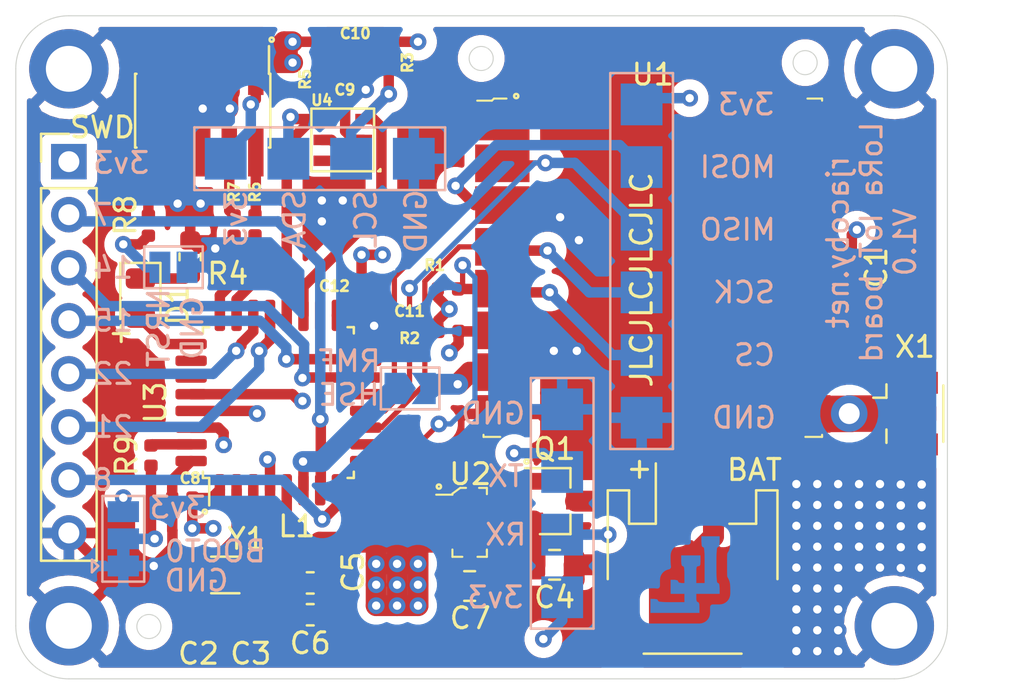
<source format=kicad_pcb>
(kicad_pcb (version 20171130) (host pcbnew 5.1.9)
  (layers (0 F.Cu signal) (1 In1.Cu power) (2 In2.Cu power) (31 B.Cu power) (34 B.Paste user) (35 F.Paste user) (36 B.SilkS user) (37 F.SilkS user) (38 B.Mask user) (39 F.Mask user) (44 Edge.Cuts user))
  (net 0 "")
  (net 1 +3V3)
  (net 2 GND)
  (net 3 OSC_IN)
  (net 4 OSC_OUT)
  (net 5 "Net-(C4-Pad1)")
  (net 6 +3.3VA)
  (net 7 HSE_IN)
  (net 8 "Net-(CFG1-Pad2)")
  (net 9 "Net-(D1-Pad1)")
  (net 10 "Net-(D1-Pad2)")
  (net 11 "Net-(J1-Pad1)")
  (net 12 VIN)
  (net 13 USART2_TX)
  (net 14 USART2_RX)
  (net 15 "Net-(J4-Pad2)")
  (net 16 "Net-(J4-Pad4)")
  (net 17 "Net-(J4-Pad6)")
  (net 18 "Net-(J4-Pad7)")
  (net 19 "Net-(J4-Pad8)")
  (net 20 "Net-(J4-Pad10)")
  (net 21 I2C_SDA)
  (net 22 I2C_SCL)
  (net 23 MOSI)
  (net 24 MISO)
  (net 25 SCK)
  (net 26 CS)
  (net 27 ADC_1)
  (net 28 ADC_8)
  (net 29 ADC_9)
  (net 30 USART2_RTS)
  (net 31 USART2_CTS)
  (net 32 SYS_WAKEUP)
  (net 33 RST)
  (net 34 SWDIO)
  (net 35 SWCLK)
  (net 36 NRST)
  (net 37 BOOT0)
  (net 38 "Net-(R9-Pad1)")
  (net 39 "Net-(U1-Pad11)")
  (net 40 "Net-(U1-Pad12)")
  (net 41 "Net-(U1-Pad14)")
  (net 42 "Net-(U1-Pad15)")
  (net 43 "Net-(U1-Pad16)")
  (net 44 "Net-(U3-Pad9)")
  (net 45 "Net-(U3-Pad18)")
  (net 46 "Net-(U3-Pad26)")
  (net 47 "Net-(U3-Pad27)")
  (net 48 "Net-(U4-Pad1)")
  (net 49 "Net-(U4-Pad6)")
  (module Project:laslomas (layer B.Cu) (at 103.8 98.5 180)
    (fp_text reference G*** hide)
    (fp_text value LOGO hide)
    (fp_poly (pts (xy -0.7652 1.5604) (xy -0.773358 1.400669) (xy -0.801601 1.322654) (xy -0.8414 1.3064) (xy -0.869636 1.293258) (xy -0.890086 1.244927) (xy -0.90393 1.148058) (xy -0.912344 0.989298) (xy -0.916508 0.755296) (xy -0.9176 0.4428) (xy -0.9176 -0.4208) (xy -0.5112 -0.4208) (xy -0.5112 -0.0144) (xy -0.513322 0.188086) (xy -0.523091 0.309441) (xy -0.545619 0.370102) (xy -0.586013 0.390505) (xy -0.6128 0.392) (xy -0.673741 0.405373) (xy -0.704134 0.462135) (xy -0.713966 0.587251) (xy -0.7144 0.646) (xy -0.7144 0.9) (xy 0.2 0.9) (xy 0.2 0.646) (xy 0.191842 0.486269) (xy 0.163599 0.408254) (xy 0.1238 0.392) (xy 0.084702 0.372859) (xy 0.061238 0.303407) (xy 0.050025 0.165605) (xy 0.0476 -0.0144) (xy 0.0476 -0.4208) (xy 0.2 -0.4208) (xy 0.320991 -0.398081) (xy 0.3524 -0.3446) (xy 0.390955 -0.288241) (xy 0.514006 -0.268537) (xy 0.5302 -0.2684) (xy 0.708 -0.2684) (xy 0.708 -0.9288) (xy 0.0476 -0.9288) (xy 0.0476 -1.3352) (xy 0.6826 -1.3352) (xy 0.95159 -1.333401) (xy 1.134305 -1.326782) (xy 1.246024 -1.313511) (xy 1.302028 -1.291752) (xy 1.317596 -1.259672) (xy 1.3176 -1.259) (xy 1.356155 -1.202641) (xy 1.479206 -1.182937) (xy 1.4954 -1.1828) (xy 1.6732 -1.1828) (xy 1.6732 -1.8432) (xy -0.6636 -1.8432) (xy -0.6636 -1.5892) (xy -0.655443 -1.429468) (xy -0.6272 -1.351453) (xy -0.5874 -1.3352) (xy -0.534416 -1.301646) (xy -0.512583 -1.190418) (xy -0.5112 -1.132) (xy -0.5112 -0.9288) (xy -1.6288 -0.9288) (xy -1.6288 -0.6748) (xy -1.620643 -0.515068) (xy -1.5924 -0.437053) (xy -1.5526 -0.4208) (xy -1.524365 -0.407657) (xy -1.503915 -0.359326) (xy -1.490071 -0.262457) (xy -1.481657 -0.103697) (xy -1.477493 0.130305) (xy -1.4764 0.4428) (xy -1.47756 0.762801) (xy -1.481825 0.994572) (xy -1.490372 1.151465) (xy -1.50438 1.246831) (xy -1.525027 1.294023) (xy -1.5526 1.3064) (xy -1.60052 1.333592) (xy -1.623924 1.427737) (xy -1.6288 1.5604) (xy -1.6288 1.8144) (xy -0.7652 1.8144) (xy -0.7652 1.5604)) (layer B.Cu) (width 0.01))
  )
  (module Jumper:SolderJumper-2_P1.3mm_Open_TrianglePad1.0x1.5mm (layer B.Cu) (at 90.625 89.6)
    (fp_text reference CFG1)
    (fp_text value 0)
    (pad 1 smd custom (at -0.725 0) (size 0.3 0.3) (layers B.Cu B.Mask) (net 7 HSE_IN) (options (clearance outline) (anchor rect)) (primitives (gr_poly (pts (xy -0.5 0.75) (xy 0.5 0.75) (xy 1 0) (xy 0.5 -0.75) (xy -0.5 -0.75)) (width 0))))
    (pad 2 smd custom (at 0.725 0) (size 0.3 0.3) (layers B.Cu B.Mask) (net 8 "Net-(CFG1-Pad2)") (options (clearance outline) (anchor rect)) (primitives (gr_poly (pts (xy -0.65 0.75) (xy 0.5 0.75) (xy 0.5 -0.75) (xy -0.65 -0.75) (xy -0.15 0)) (width 0))))
  )
  (module RF_Antenna:Wire_Antena (layer F.Cu) (at 111.633 90.805)
    (fp_text reference J1)
    (fp_text value Conn_01x01_Male)
    (pad 1 thru_hole circle (at 0 0) (size 1.75 1.75) (drill 1) (layers *.Cu *.Mask) (net 11 "Net-(J1-Pad1)"))
  )
  (module Capacitor_SMD:C_0402_1005Metric (layer F.Cu) (at 111.76 83.82 270)
    (fp_text reference C1 (at 0 -1.17 90) (layer F.SilkS))
    (fp_text value 10u)
    (pad 2 smd roundrect (at 0.485 0 270) (size 0.59 0.64) (layers F.Cu F.Paste F.Mask) (net 2 GND))
    (pad 1 smd roundrect (at -0.485 0 270) (size 0.59 0.64) (layers F.Cu F.Paste F.Mask) (net 1 +3V3))
  )
  (module Capacitor_SMD:C_0402_1005Metric (layer F.Cu) (at 80.5 100.7 270)
    (fp_text reference C2 (at 1.6 0 180) (layer F.SilkS))
    (fp_text value 12p)
    (pad 2 smd roundrect (at 0.485 0 270) (size 0.59 0.64) (layers F.Cu F.Paste F.Mask) (net 2 GND))
    (pad 1 smd roundrect (at -0.485 0 270) (size 0.59 0.64) (layers F.Cu F.Paste F.Mask) (net 3 OSC_IN))
  )
  (module Capacitor_SMD:C_0402_1005Metric (layer F.Cu) (at 83.05 100.7 270)
    (fp_text reference C3 (at 1.6 0.05 180) (layer F.SilkS))
    (fp_text value 12p)
    (pad 2 smd roundrect (at 0.485 0 270) (size 0.59 0.64) (layers F.Cu F.Paste F.Mask) (net 2 GND))
    (pad 1 smd roundrect (at -0.485 0 270) (size 0.59 0.64) (layers F.Cu F.Paste F.Mask) (net 4 OSC_OUT))
  )
  (module Capacitor_SMD:C_0805_2012Metric (layer F.Cu) (at 97.536 98.044)
    (fp_text reference C4 (at 0 1.556) (layer F.SilkS))
    (fp_text value 1u)
    (pad 2 smd roundrect (at 0.9375 0) (size 0.975 1.4) (layers F.Cu F.Paste F.Mask) (net 2 GND))
    (pad 1 smd roundrect (at -0.9375 0) (size 0.975 1.4) (layers F.Cu F.Paste F.Mask) (net 5 "Net-(C4-Pad1)"))
  )
  (module Capacitor_SMD:C_0603_1608Metric (layer F.Cu) (at 85.844 98.912)
    (fp_text reference C5 (at 2.056 -0.512 90) (layer F.SilkS))
    (fp_text value 1u)
    (pad 2 smd roundrect (at 0.7875 0) (size 0.875 0.95) (layers F.Cu F.Paste F.Mask) (net 2 GND))
    (pad 1 smd roundrect (at -0.7875 0) (size 0.875 0.95) (layers F.Cu F.Paste F.Mask) (net 6 +3.3VA))
  )
  (module Capacitor_SMD:C_0603_1608Metric (layer F.Cu) (at 85.844 100.436)
    (fp_text reference C6 (at 0 1.364) (layer F.SilkS))
    (fp_text value 10n)
    (pad 2 smd roundrect (at 0.7875 0) (size 0.875 0.95) (layers F.Cu F.Paste F.Mask) (net 2 GND))
    (pad 1 smd roundrect (at -0.7875 0) (size 0.875 0.95) (layers F.Cu F.Paste F.Mask) (net 6 +3.3VA))
  )
  (module Capacitor_SMD:C_0805_2012Metric (layer F.Cu) (at 93.472 99.06)
    (fp_text reference C7 (at 0.028 1.54) (layer F.SilkS))
    (fp_text value 1u)
    (pad 2 smd roundrect (at 0.9375 0) (size 0.975 1.4) (layers F.Cu F.Paste F.Mask) (net 2 GND))
    (pad 1 smd roundrect (at -0.9375 0) (size 0.975 1.4) (layers F.Cu F.Paste F.Mask) (net 1 +3V3))
  )
  (module Capacitor_SMD:C_0402_1005Metric (layer F.Cu) (at 79.725 94.848 180)
    (fp_text reference C8 (at -0.375 0.948) (layer F.SilkS) (effects (font (size 0.5 0.5) (thickness 0.125))))
    (fp_text value 100n)
    (pad 2 smd roundrect (at 0.485 0 180) (size 0.59 0.64) (layers F.Cu F.Paste F.Mask) (net 2 GND))
    (pad 1 smd roundrect (at -0.485 0 180) (size 0.59 0.64) (layers F.Cu F.Paste F.Mask) (net 1 +3V3))
  )
  (module Capacitor_SMD:C_0402_1005Metric (layer F.Cu) (at 88 74.5)
    (fp_text reference C9 (at -0.5 0.8 180) (layer F.SilkS) (effects (font (size 0.5 0.5) (thickness 0.125))))
    (fp_text value 100n)
    (pad 2 smd roundrect (at 0.485 0) (size 0.59 0.64) (layers F.Cu F.Paste F.Mask) (net 2 GND))
    (pad 1 smd roundrect (at -0.485 0) (size 0.59 0.64) (layers F.Cu F.Paste F.Mask) (net 1 +3V3))
  )
  (module Capacitor_SMD:C_0402_1005Metric (layer F.Cu) (at 88 73.4)
    (fp_text reference C10 (at 0 -0.8) (layer F.SilkS) (effects (font (size 0.5 0.5) (thickness 0.125))))
    (fp_text value 10u)
    (pad 2 smd roundrect (at 0.485 0) (size 0.59 0.64) (layers F.Cu F.Paste F.Mask) (net 2 GND))
    (pad 1 smd roundrect (at -0.485 0) (size 0.59 0.64) (layers F.Cu F.Paste F.Mask) (net 1 +3V3))
  )
  (module Capacitor_SMD:C_0402_1005Metric (layer F.Cu) (at 88.765 85.831)
    (fp_text reference C11 (at 1.835 0.069) (layer F.SilkS) (effects (font (size 0.5 0.5) (thickness 0.125))))
    (fp_text value 100n)
    (pad 2 smd roundrect (at 0.485 0) (size 0.59 0.64) (layers F.Cu F.Paste F.Mask) (net 2 GND))
    (pad 1 smd roundrect (at -0.485 0) (size 0.59 0.64) (layers F.Cu F.Paste F.Mask) (net 1 +3V3))
  )
  (module Capacitor_SMD:C_0402_1005Metric (layer F.Cu) (at 88.765 84.688)
    (fp_text reference C12 (at -1.765 0.012) (layer F.SilkS) (effects (font (size 0.5 0.5) (thickness 0.125))))
    (fp_text value 10u)
    (pad 2 smd roundrect (at 0.485 0) (size 0.59 0.64) (layers F.Cu F.Paste F.Mask) (net 2 GND))
    (pad 1 smd roundrect (at -0.485 0) (size 0.59 0.64) (layers F.Cu F.Paste F.Mask) (net 1 +3V3))
  )
  (module LED_SMD:LED_0805_2012Metric (layer F.Cu) (at 77.716 85.2745 270)
    (fp_text reference D1 (at 0.3255 -1.784 90) (layer F.SilkS))
    (fp_text value Blue)
    (pad 2 smd roundrect (at 0.9375 0 270) (size 0.975 1.4) (layers F.Cu F.Paste F.Mask) (net 10 "Net-(D1-Pad2)"))
    (pad 1 smd roundrect (at -0.9375 0 270) (size 0.975 1.4) (layers F.Cu F.Paste F.Mask) (net 9 "Net-(D1-Pad1)"))
  )
  (module MountingHole:MountingHole_2.2mm_M2_DIN965_Pad (layer F.Cu) (at 74.295 74.295)
    (fp_text reference H1)
    (fp_text value MountingHole_Pad)
    (pad 1 thru_hole circle (at 0 0) (size 3.8 3.8) (drill 2.2) (layers *.Cu *.Mask) (net 2 GND))
  )
  (module MountingHole:MountingHole_2.2mm_M2_DIN965_Pad (layer F.Cu) (at 74.295 100.965)
    (fp_text reference H2)
    (fp_text value MountingHole_Pad)
    (pad 1 thru_hole circle (at 0 0) (size 3.8 3.8) (drill 2.2) (layers *.Cu *.Mask) (net 2 GND))
  )
  (module MountingHole:MountingHole_2.2mm_M2_DIN965_Pad (layer F.Cu) (at 113.792 74.295)
    (fp_text reference H3)
    (fp_text value MountingHole_Pad)
    (pad 1 thru_hole circle (at 0 0) (size 3.8 3.8) (drill 2.2) (layers *.Cu *.Mask) (net 2 GND))
  )
  (module MountingHole:MountingHole_2.2mm_M2_DIN965_Pad (layer F.Cu) (at 113.792 100.965)
    (fp_text reference H4)
    (fp_text value MountingHole_Pad)
    (pad 1 thru_hole circle (at 0 0) (size 3.8 3.8) (drill 2.2) (layers *.Cu *.Mask) (net 2 GND))
  )
  (module Connector_JST:JST_PH_S2B-PH-SM4-TB_1x02-1MP_P2.00mm_Horizontal (layer F.Cu) (at 104.14 97.79)
    (fp_text reference J2)
    (fp_text value Bat)
    (pad MP smd roundrect (at 3.35 2.9) (size 1.5 3.4) (layers F.Cu F.Paste F.Mask) (roundrect_rratio 0.1666666666666667))
    (pad MP smd roundrect (at -3.35 2.9) (size 1.5 3.4) (layers F.Cu F.Paste F.Mask) (roundrect_rratio 0.1666666666666667))
    (pad 2 smd roundrect (at 1 -2.85) (size 1 3.5) (layers F.Cu F.Paste F.Mask) (net 2 GND))
    (pad 1 smd roundrect (at -1 -2.85) (size 1 3.5) (layers F.Cu F.Paste F.Mask) (net 12 VIN))
  )
  (module TestPoint:TestPoint_SMD_4Pads_2mm (layer B.Cu) (at 96.9 100.6 90)
    (fp_text reference J3)
    (fp_text value UART)
    (pad 4 smd rect (at 10 1 90) (size 2 2) (layers B.Cu B.Mask) (net 2 GND))
    (pad 3 smd rect (at 7 1 90) (size 2 2) (layers B.Cu B.Mask) (net 13 USART2_TX))
    (pad 2 smd rect (at 4 1 90) (size 2 2) (layers B.Cu B.Mask) (net 14 USART2_RX))
    (pad 1 smd rect (at 1 1 90) (size 2 2) (layers B.Cu B.Mask) (net 1 +3V3))
  )
  (module Connector_PinHeader_1.27mm:PinHeader_2x05_P1.27mm_Vertical_SMD (layer F.Cu) (at 80.7 76.3 270)
    (fp_text reference J4)
    (fp_text value SWD)
    (pad 10 smd rect (at 1.95 2.54 270) (size 2.4 0.74) (layers F.Cu F.Paste F.Mask) (net 20 "Net-(J4-Pad10)"))
    (pad 9 smd rect (at -1.95 2.54 270) (size 2.4 0.74) (layers F.Cu F.Paste F.Mask) (net 2 GND))
    (pad 8 smd rect (at 1.95 1.27 270) (size 2.4 0.74) (layers F.Cu F.Paste F.Mask) (net 19 "Net-(J4-Pad8)"))
    (pad 7 smd rect (at -1.95 1.27 270) (size 2.4 0.74) (layers F.Cu F.Paste F.Mask) (net 18 "Net-(J4-Pad7)"))
    (pad 6 smd rect (at 1.95 0 270) (size 2.4 0.74) (layers F.Cu F.Paste F.Mask) (net 17 "Net-(J4-Pad6)"))
    (pad 5 smd rect (at -1.95 0 270) (size 2.4 0.74) (layers F.Cu F.Paste F.Mask) (net 2 GND))
    (pad 4 smd rect (at 1.95 -1.27 270) (size 2.4 0.74) (layers F.Cu F.Paste F.Mask) (net 16 "Net-(J4-Pad4)"))
    (pad 3 smd rect (at -1.95 -1.27 270) (size 2.4 0.74) (layers F.Cu F.Paste F.Mask) (net 2 GND))
    (pad 2 smd rect (at 1.95 -2.54 270) (size 2.4 0.74) (layers F.Cu F.Paste F.Mask) (net 15 "Net-(J4-Pad2)"))
    (pad 1 smd rect (at -1.95 -2.54 270) (size 2.4 0.74) (layers F.Cu F.Paste F.Mask) (net 1 +3V3))
  )
  (module TestPoint:TestPoint_SMD_4Pads_2mm (layer B.Cu) (at 80.8 77.6)
    (fp_text reference J5)
    (fp_text value I2C)
    (pad 4 smd rect (at 10 1) (size 2 2) (layers B.Cu B.Mask) (net 2 GND))
    (pad 3 smd rect (at 7 1) (size 2 2) (layers B.Cu B.Mask) (net 22 I2C_SCL))
    (pad 2 smd rect (at 4 1) (size 2 2) (layers B.Cu B.Mask) (net 21 I2C_SDA))
    (pad 1 smd rect (at 1 1) (size 2 2) (layers B.Cu B.Mask) (net 1 +3V3))
  )
  (module TestPoint:TestPoint_SMD_6Pads_2mm (layer B.Cu) (at 102.7 75 270)
    (fp_text reference J6)
    (fp_text value SPI)
    (pad 6 smd rect (at 16 1 270) (size 2 2) (layers B.Cu B.Mask) (net 2 GND))
    (pad 5 smd rect (at 13 1 270) (size 2 2) (layers B.Cu B.Mask) (net 26 CS))
    (pad 4 smd rect (at 10 1 270) (size 2 2) (layers B.Cu B.Mask) (net 25 SCK))
    (pad 3 smd rect (at 7 1 270) (size 2 2) (layers B.Cu B.Mask) (net 24 MISO))
    (pad 2 smd rect (at 4 1 270) (size 2 2) (layers B.Cu B.Mask) (net 23 MOSI))
    (pad 1 smd rect (at 1 1 270) (size 2 2) (layers B.Cu B.Mask) (net 1 +3V3))
  )
  (module Connector_PinHeader_2.54mm:PinHeader_1x08_P2.54mm_Vertical (layer F.Cu) (at 74.295 78.74)
    (fp_text reference J7)
    (fp_text value GPIO)
    (pad 8 thru_hole oval (at 0 17.78) (size 1.7 1.7) (drill 1) (layers *.Cu *.Mask) (net 2 GND))
    (pad 7 thru_hole oval (at 0 15.24) (size 1.7 1.7) (drill 1) (layers *.Cu *.Mask) (net 32 SYS_WAKEUP))
    (pad 6 thru_hole oval (at 0 12.7) (size 1.7 1.7) (drill 1) (layers *.Cu *.Mask) (net 31 USART2_CTS))
    (pad 5 thru_hole oval (at 0 10.16) (size 1.7 1.7) (drill 1) (layers *.Cu *.Mask) (net 30 USART2_RTS))
    (pad 4 thru_hole oval (at 0 7.62) (size 1.7 1.7) (drill 1) (layers *.Cu *.Mask) (net 29 ADC_9))
    (pad 3 thru_hole oval (at 0 5.08) (size 1.7 1.7) (drill 1) (layers *.Cu *.Mask) (net 28 ADC_8))
    (pad 2 thru_hole oval (at 0 2.54) (size 1.7 1.7) (drill 1) (layers *.Cu *.Mask) (net 27 ADC_1))
    (pad 1 thru_hole rect (at 0 0) (size 1.7 1.7) (drill 1) (layers *.Cu *.Mask) (net 1 +3V3))
  )
  (module Inductor_SMD:L_0402_1005Metric (layer F.Cu) (at 85.359 97.388 180)
    (fp_text reference L1 (at 0.159 1.188) (layer F.SilkS))
    (fp_text value 39n)
    (pad 2 smd roundrect (at 0.485 0 180) (size 0.59 0.64) (layers F.Cu F.Paste F.Mask) (net 6 +3.3VA))
    (pad 1 smd roundrect (at -0.485 0 180) (size 0.59 0.64) (layers F.Cu F.Paste F.Mask) (net 1 +3V3))
  )
  (module Package_TO_SOT_SMD:SOT-23 (layer F.Cu) (at 97.536 94.996)
    (fp_text reference Q1 (at 0 -2.5) (layer F.SilkS))
    (fp_text value AO3401A)
    (pad 3 smd rect (at 1 0) (size 0.9 0.8) (layers F.Cu F.Paste F.Mask) (net 12 VIN))
    (pad 2 smd rect (at -1 0.95) (size 0.9 0.8) (layers F.Cu F.Paste F.Mask) (net 5 "Net-(C4-Pad1)"))
    (pad 1 smd rect (at -1 -0.95) (size 0.9 0.8) (layers F.Cu F.Paste F.Mask) (net 2 GND))
  )
  (module Resistor_SMD:R_0402_1005Metric (layer F.Cu) (at 92.433 84.836 180)
    (fp_text reference R1 (at 0.633 1.136) (layer F.SilkS) (effects (font (size 0.5 0.5) (thickness 0.125))))
    (fp_text value 100K)
    (pad 2 smd roundrect (at 0.485 0 180) (size 0.59 0.64) (layers F.Cu F.Paste F.Mask) (net 1 +3V3))
    (pad 1 smd roundrect (at -0.485 0 180) (size 0.59 0.64) (layers F.Cu F.Paste F.Mask) (net 26 CS))
  )
  (module Resistor_SMD:R_0402_1005Metric (layer F.Cu) (at 92.456 86.868 180)
    (fp_text reference R2 (at 1.856 -0.332) (layer F.SilkS) (effects (font (size 0.5 0.5) (thickness 0.125))))
    (fp_text value 100K)
    (pad 2 smd roundrect (at 0.485 0 180) (size 0.59 0.64) (layers F.Cu F.Paste F.Mask) (net 1 +3V3))
    (pad 1 smd roundrect (at -0.485 0 180) (size 0.59 0.64) (layers F.Cu F.Paste F.Mask) (net 33 RST))
  )
  (module Resistor_SMD:R_0402_1005Metric (layer F.Cu) (at 89.6 73.885 90)
    (fp_text reference R3 (at -0.115 0.9 90) (layer F.SilkS) (effects (font (size 0.5 0.5))))
    (fp_text value 10k)
    (pad 2 smd roundrect (at 0.485 0 90) (size 0.59 0.64) (layers F.Cu F.Paste F.Mask) (net 1 +3V3))
    (pad 1 smd roundrect (at -0.485 0 90) (size 0.59 0.64) (layers F.Cu F.Paste F.Mask) (net 22 I2C_SCL))
  )
  (module Resistor_SMD:R_0603_1608Metric (layer F.Cu) (at 80.1 83.3 270)
    (fp_text reference R4 (at 0.8 -1.8 180) (layer F.SilkS))
    (fp_text value 1k5)
    (pad 2 smd roundrect (at 0.7875 0 270) (size 0.875 0.95) (layers F.Cu F.Paste F.Mask) (net 9 "Net-(D1-Pad1)"))
    (pad 1 smd roundrect (at -0.7875 0 270) (size 0.875 0.95) (layers F.Cu F.Paste F.Mask) (net 2 GND))
  )
  (module Resistor_SMD:R_0402_1005Metric (layer F.Cu) (at 86.4 73.9 90)
    (fp_text reference R5 (at -0.9 -0.8 270) (layer F.SilkS) (effects (font (size 0.5 0.5) (thickness 0.125))))
    (fp_text value 10k)
    (pad 2 smd roundrect (at 0.485 0 90) (size 0.59 0.64) (layers F.Cu F.Paste F.Mask) (net 1 +3V3))
    (pad 1 smd roundrect (at -0.485 0 90) (size 0.59 0.64) (layers F.Cu F.Paste F.Mask) (net 21 I2C_SDA))
  )
  (module Resistor_SMD:R_0402_1005Metric (layer F.Cu) (at 83.2 81.785 90)
    (fp_text reference R6 (at 1.585 0 90) (layer F.SilkS) (effects (font (size 0.5 0.5) (thickness 0.125))))
    (fp_text value 22)
    (pad 2 smd roundrect (at 0.485 0 90) (size 0.59 0.64) (layers F.Cu F.Paste F.Mask) (net 15 "Net-(J4-Pad2)"))
    (pad 1 smd roundrect (at -0.485 0 90) (size 0.59 0.64) (layers F.Cu F.Paste F.Mask) (net 34 SWDIO))
  )
  (module Resistor_SMD:R_0402_1005Metric (layer F.Cu) (at 82.2 81.8 90)
    (fp_text reference R7 (at 1.6 0 270) (layer F.SilkS) (effects (font (size 0.5 0.5) (thickness 0.125))))
    (fp_text value 22)
    (pad 2 smd roundrect (at 0.485 0 90) (size 0.59 0.64) (layers F.Cu F.Paste F.Mask) (net 16 "Net-(J4-Pad4)"))
    (pad 1 smd roundrect (at -0.485 0 90) (size 0.59 0.64) (layers F.Cu F.Paste F.Mask) (net 35 SWCLK))
  )
  (module Resistor_SMD:R_0402_1005Metric (layer F.Cu) (at 78.1 81.8 90)
    (fp_text reference R8 (at 0.5 -1.1 90) (layer F.SilkS))
    (fp_text value 22)
    (pad 2 smd roundrect (at 0.485 0 90) (size 0.59 0.64) (layers F.Cu F.Paste F.Mask) (net 20 "Net-(J4-Pad10)"))
    (pad 1 smd roundrect (at -0.485 0 90) (size 0.59 0.64) (layers F.Cu F.Paste F.Mask) (net 36 NRST))
  )
  (module Resistor_SMD:R_0402_1005Metric (layer F.Cu) (at 78.224 92.816 90)
    (fp_text reference R9 (at 0 -1.17 90) (layer F.SilkS))
    (fp_text value 10k)
    (pad 2 smd roundrect (at 0.485 0 90) (size 0.59 0.64) (layers F.Cu F.Paste F.Mask) (net 37 BOOT0))
    (pad 1 smd roundrect (at -0.485 0 90) (size 0.59 0.64) (layers F.Cu F.Paste F.Mask) (net 38 "Net-(R9-Pad1)"))
  )
  (module Jumper:SolderJumper-3_P1.3mm_Bridged12_Pad1.0x1.5mm (layer B.Cu) (at 76.9 96.8 90)
    (fp_text reference S1)
    (fp_text value SW_SPDT)
    (fp_poly (pts (xy -0.9 0.3) (xy -0.4 0.3) (xy -0.4 -0.3) (xy -0.9 -0.3)) (layer B.Cu) (width 0))
    (pad 2 smd rect (at 0 0 90) (size 1 1.5) (layers B.Cu B.Mask) (net 38 "Net-(R9-Pad1)"))
    (pad 3 smd rect (at 1.3 0 90) (size 1 1.5) (layers B.Cu B.Mask) (net 1 +3V3))
    (pad 1 smd rect (at -1.3 0 90) (size 1 1.5) (layers B.Cu B.Mask) (net 2 GND))
  )
  (module Jumper:SolderJumper-2_P1.3mm_Open_Pad1.0x1.5mm (layer B.Cu) (at 79.3 83.8)
    (fp_text reference S2)
    (fp_text value GPTS203211B)
    (pad 1 smd rect (at -0.65 0) (size 1 1.5) (layers B.Cu B.Mask) (net 36 NRST))
    (pad 2 smd rect (at 0.65 0) (size 1 1.5) (layers B.Cu B.Mask) (net 2 GND))
  )
  (module "Digikey Footprints:RF_Module_COM-13909" (layer F.Cu) (at 102.235 83.82)
    (fp_text reference U1 (at 0 -9.25) (layer F.SilkS))
    (fp_text value RFM69HCW)
    (pad 16 smd rect (at 7.2 -7) (size 2.6 1.8) (layers F.Cu F.Paste F.Mask) (net 43 "Net-(U1-Pad16)"))
    (pad 15 smd rect (at 7.2 -5) (size 2.6 1.8) (layers F.Cu F.Paste F.Mask) (net 42 "Net-(U1-Pad15)"))
    (pad 14 smd rect (at 7.2 -3) (size 2.6 1.8) (layers F.Cu F.Paste F.Mask) (net 41 "Net-(U1-Pad14)"))
    (pad 13 smd rect (at 7.2 -1) (size 2.6 1.8) (layers F.Cu F.Paste F.Mask) (net 1 +3V3))
    (pad 12 smd rect (at 7.2 1) (size 2.6 1.8) (layers F.Cu F.Paste F.Mask) (net 40 "Net-(U1-Pad12)"))
    (pad 11 smd rect (at 7.2 3) (size 2.6 1.8) (layers F.Cu F.Paste F.Mask) (net 39 "Net-(U1-Pad11)"))
    (pad 10 smd rect (at 7.2 5) (size 2.6 1.8) (layers F.Cu F.Paste F.Mask) (net 2 GND))
    (pad 9 smd rect (at 7.2 7) (size 2.6 1.8) (layers F.Cu F.Paste F.Mask) (net 11 "Net-(J1-Pad1)"))
    (pad 8 smd rect (at -7.2 7) (size 2.6 1.8) (layers F.Cu F.Paste F.Mask) (net 2 GND))
    (pad 7 smd rect (at -7.2 5) (size 2.6 1.8) (layers F.Cu F.Paste F.Mask) (net 8 "Net-(CFG1-Pad2)"))
    (pad 6 smd rect (at -7.2 3) (size 2.6 1.8) (layers F.Cu F.Paste F.Mask) (net 33 RST))
    (pad 5 smd rect (at -7.2 1) (size 2.6 1.8) (layers F.Cu F.Paste F.Mask) (net 26 CS))
    (pad 4 smd rect (at -7.2 -1) (size 2.6 1.8) (layers F.Cu F.Paste F.Mask) (net 25 SCK))
    (pad 3 smd rect (at -7.2 -3) (size 2.6 1.8) (layers F.Cu F.Paste F.Mask) (net 23 MOSI))
    (pad 2 smd rect (at -7.2 -5) (size 2.6 1.8) (layers F.Cu F.Paste F.Mask) (net 24 MISO))
    (pad 1 smd rect (at -7.2 -7) (size 2.6 1.8) (layers F.Cu F.Paste F.Mask) (net 2 GND))
  )
  (module "Digikey Footprints:SOT-23-3" (layer F.Cu) (at 93.472 96.012)
    (fp_text reference U2 (at 0.028 -2.312) (layer F.SilkS))
    (fp_text value XC6206P332MR)
    (pad 1 smd rect (at -1.05 -0.95) (size 1.3 0.6) (layers F.Cu F.Paste F.Mask) (net 2 GND))
    (pad 2 smd rect (at -1.05 0.95) (size 1.3 0.6) (layers F.Cu F.Paste F.Mask) (net 1 +3V3))
    (pad 3 smd rect (at 1.05 0) (size 1.3 0.6) (layers F.Cu F.Paste F.Mask) (net 5 "Net-(C4-Pad1)"))
  )
  (module Package_QFP:LQFP-32_7x7mm_P0.8mm (layer F.Cu) (at 84.32 90.276 90)
    (fp_text reference U3 (at 0 -5.88 90) (layer F.SilkS))
    (fp_text value STM32L010K4T6)
    (pad 32 smd roundrect (at -2.8 -4.175 90) (size 0.5 1.5) (layers F.Cu F.Paste F.Mask) (net 2 GND))
    (pad 31 smd roundrect (at -2 -4.175 90) (size 0.5 1.5) (layers F.Cu F.Paste F.Mask) (net 37 BOOT0))
    (pad 30 smd roundrect (at -1.2 -4.175 90) (size 0.5 1.5) (layers F.Cu F.Paste F.Mask) (net 14 USART2_RX))
    (pad 29 smd roundrect (at -0.4 -4.175 90) (size 0.5 1.5) (layers F.Cu F.Paste F.Mask) (net 13 USART2_TX))
    (pad 28 smd roundrect (at 0.4 -4.175 90) (size 0.5 1.5) (layers F.Cu F.Paste F.Mask) (net 33 RST))
    (pad 27 smd roundrect (at 1.2 -4.175 90) (size 0.5 1.5) (layers F.Cu F.Paste F.Mask) (net 47 "Net-(U3-Pad27)"))
    (pad 26 smd roundrect (at 2 -4.175 90) (size 0.5 1.5) (layers F.Cu F.Paste F.Mask) (net 46 "Net-(U3-Pad26)"))
    (pad 25 smd roundrect (at 2.8 -4.175 90) (size 0.5 1.5) (layers F.Cu F.Paste F.Mask) (net 10 "Net-(D1-Pad2)"))
    (pad 24 smd roundrect (at 4.175 -2.8 90) (size 1.5 0.5) (layers F.Cu F.Paste F.Mask) (net 35 SWCLK))
    (pad 23 smd roundrect (at 4.175 -2 90) (size 1.5 0.5) (layers F.Cu F.Paste F.Mask) (net 34 SWDIO))
    (pad 22 smd roundrect (at 4.175 -1.2 90) (size 1.5 0.5) (layers F.Cu F.Paste F.Mask) (net 30 USART2_RTS))
    (pad 21 smd roundrect (at 4.175 -0.4 90) (size 1.5 0.5) (layers F.Cu F.Paste F.Mask) (net 31 USART2_CTS))
    (pad 20 smd roundrect (at 4.175 0.4 90) (size 1.5 0.5) (layers F.Cu F.Paste F.Mask) (net 21 I2C_SDA))
    (pad 19 smd roundrect (at 4.175 1.2 90) (size 1.5 0.5) (layers F.Cu F.Paste F.Mask) (net 22 I2C_SCL))
    (pad 18 smd roundrect (at 4.175 2 90) (size 1.5 0.5) (layers F.Cu F.Paste F.Mask) (net 45 "Net-(U3-Pad18)"))
    (pad 17 smd roundrect (at 4.175 2.8 90) (size 1.5 0.5) (layers F.Cu F.Paste F.Mask) (net 1 +3V3))
    (pad 16 smd roundrect (at 2.8 4.175 90) (size 0.5 1.5) (layers F.Cu F.Paste F.Mask) (net 2 GND))
    (pad 15 smd roundrect (at 2 4.175 90) (size 0.5 1.5) (layers F.Cu F.Paste F.Mask) (net 29 ADC_9))
    (pad 14 smd roundrect (at 1.2 4.175 90) (size 0.5 1.5) (layers F.Cu F.Paste F.Mask) (net 28 ADC_8))
    (pad 13 smd roundrect (at 0.4 4.175 90) (size 0.5 1.5) (layers F.Cu F.Paste F.Mask) (net 23 MOSI))
    (pad 12 smd roundrect (at -0.4 4.175 90) (size 0.5 1.5) (layers F.Cu F.Paste F.Mask) (net 24 MISO))
    (pad 11 smd roundrect (at -1.2 4.175 90) (size 0.5 1.5) (layers F.Cu F.Paste F.Mask) (net 25 SCK))
    (pad 10 smd roundrect (at -2 4.175 90) (size 0.5 1.5) (layers F.Cu F.Paste F.Mask) (net 26 CS))
    (pad 9 smd roundrect (at -2.8 4.175 90) (size 0.5 1.5) (layers F.Cu F.Paste F.Mask) (net 44 "Net-(U3-Pad9)"))
    (pad 8 smd roundrect (at -4.175 2.8 90) (size 1.5 0.5) (layers F.Cu F.Paste F.Mask) (net 32 SYS_WAKEUP))
    (pad 7 smd roundrect (at -4.175 2 90) (size 1.5 0.5) (layers F.Cu F.Paste F.Mask) (net 27 ADC_1))
    (pad 6 smd roundrect (at -4.175 1.2 90) (size 1.5 0.5) (layers F.Cu F.Paste F.Mask) (net 7 HSE_IN))
    (pad 5 smd roundrect (at -4.175 0.4 90) (size 1.5 0.5) (layers F.Cu F.Paste F.Mask) (net 6 +3.3VA))
    (pad 4 smd roundrect (at -4.175 -0.4 90) (size 1.5 0.5) (layers F.Cu F.Paste F.Mask) (net 36 NRST))
    (pad 3 smd roundrect (at -4.175 -1.2 90) (size 1.5 0.5) (layers F.Cu F.Paste F.Mask) (net 4 OSC_OUT))
    (pad 2 smd roundrect (at -4.175 -2 90) (size 1.5 0.5) (layers F.Cu F.Paste F.Mask) (net 3 OSC_IN))
    (pad 1 smd roundrect (at -4.175 -2.8 90) (size 1.5 0.5) (layers F.Cu F.Paste F.Mask) (net 1 +3V3))
  )
  (module Package_LGA:LGA-6_3x3mm_AHT20 (layer F.Cu) (at 88.9 76.2 180)
    (fp_text reference U4 (at 2.5 0.4) (layer F.SilkS) (effects (font (size 0.5 0.5) (thickness 0.125))))
    (fp_text value AHT20)
    (pad 2 smd rect (at 0.5 -1.5 180) (size 0.8 0.5) (layers F.Cu F.Paste F.Mask) (net 1 +3V3))
    (pad 6 smd rect (at 2.5 -2.5 180) (size 0.8 0.5) (layers F.Cu F.Paste F.Mask) (net 49 "Net-(U4-Pad6)"))
    (pad 5 smd rect (at 2.5 -1.5 180) (size 0.8 0.5) (layers F.Cu F.Paste F.Mask) (net 2 GND))
    (pad 4 smd rect (at 2.5 -0.5 180) (size 0.8 0.5) (layers F.Cu F.Paste F.Mask) (net 21 I2C_SDA))
    (pad 3 smd rect (at 0.5 -0.5 180) (size 0.8 0.5) (layers F.Cu F.Paste F.Mask) (net 22 I2C_SCL))
    (pad 1 smd rect (at 0.5 -2.5 180) (size 0.8 0.5) (layers F.Cu F.Paste F.Mask) (net 48 "Net-(U4-Pad1)"))
  )
  (module Connector_Coaxial:U.FL_Hirose_U.FL-R-SMT-1_Vertical (layer F.Cu) (at 114.3 90.805)
    (fp_text reference X1 (at 0.475 -3.2) (layer F.SilkS))
    (fp_text value UFL_SMA)
    (pad 2 smd rect (at 0.475 -1.475) (size 2.2 1.05) (layers F.Cu F.Paste F.Mask) (net 2 GND))
    (pad 1 smd rect (at -1.05 0) (size 1.05 1) (layers F.Cu F.Paste F.Mask) (net 11 "Net-(J1-Pad1)"))
    (pad 2 smd rect (at 0.475 1.475) (size 2.2 1.05) (layers F.Cu F.Paste F.Mask) (net 2 GND))
  )
  (module Crystal:Crystal_SMD_3215-2Pin_3.2x1.5mm (layer F.Cu) (at 81.78 98.531 180)
    (fp_text reference Y1 (at -1.02 1.731) (layer F.SilkS))
    (fp_text value 32.768k)
    (pad 2 smd rect (at -1.25 0 180) (size 1 1.8) (layers F.Cu F.Paste F.Mask) (net 4 OSC_OUT))
    (pad 1 smd rect (at 1.25 0 180) (size 1 1.8) (layers F.Cu F.Paste F.Mask) (net 3 OSC_IN))
  )
  (gr_circle (center 94.024 73.8) (end 94.6 73.8) (layer Edge.Cuts) (width 0.05))
  (gr_circle (center 109.524 74) (end 110.1 74) (layer Edge.Cuts) (width 0.05))
  (gr_circle (center 78.124 101) (end 78.7 101) (layer Edge.Cuts) (width 0.05))
  (gr_text JLCJLCJLCJLC (at 101.7 84.4 90) (layer F.SilkS) (effects (font (size 1 1))))
  (gr_circle (center 92 94.3) (end 92.1 94.3) (layer F.SilkS) (width 0.12))
  (gr_circle (center 96.2 93.1) (end 96.3 93.1) (layer F.SilkS) (width 0.12))
  (gr_circle (center 80.8 95.5) (end 80.8 95.4) (layer F.SilkS) (width 0.12))
  (gr_circle (center 95.7 75.6) (end 95.7 75.5) (layer F.SilkS) (width 0.12))
  (gr_text + (at 76.8 86.9) (layer F.SilkS) (effects (font (size 1 1))))
  (gr_text + (at 101.6 93.4) (layer F.SilkS) (effects (font (size 1 1))))
  (gr_text BAT (at 107.1 93.5) (layer F.SilkS) (effects (font (size 1 1))))
  (gr_circle (center 84 72.9) (end 84.1 72.9) (layer F.SilkS) (width 0.12))
  (gr_text "rjacoby.net\nLoRa IoT board\nV1.0" (at 112.7 82.6 90) (layer B.SilkS) (effects (font (size 1 1)) (justify mirror)))
  (gr_line (start 116.332 100.965) (end 116.332 74.295) (layer Edge.Cuts) (width 0.05))
  (gr_arc (start 113.792 74.295) (end 116.332 74.295) (angle -90) (layer Edge.Cuts) (width 0.05))
  (gr_text SWD (at 75.9 77.1) (layer F.SilkS) (effects (font (size 1 1))))
  (gr_text 3v3 (at 82.3 81.5 90) (layer B.SilkS) (effects (font (size 1 1)) (justify mirror)))
  (gr_text SDA (at 85.1 81.5 90) (layer B.SilkS) (effects (font (size 1 1)) (justify mirror)))
  (gr_text SCL (at 88.5 81.5 90) (layer B.SilkS) (effects (font (size 1 1)) (justify mirror)))
  (gr_text GND (at 90.9 81.6 90) (layer B.SilkS) (effects (font (size 1 1)) (justify mirror)))
  (gr_text 8 (at 75.9 93.98) (layer B.SilkS) (effects (font (size 1 1)) (justify mirror)))
  (gr_text 22 (at 76.408 88.9) (layer B.SilkS) (effects (font (size 1 1)) (justify mirror)))
  (gr_text 21 (at 76.408 91.44) (layer B.SilkS) (effects (font (size 1 1)) (justify mirror)))
  (gr_text 15 (at 76.408 86.36) (layer B.SilkS) (effects (font (size 1 1)) (justify mirror)))
  (gr_text 14 (at 76.408 83.82) (layer B.SilkS) (effects (font (size 1 1)) (justify mirror)))
  (gr_text 7 (at 75.9 81.28) (layer B.SilkS) (effects (font (size 1 1)) (justify mirror)))
  (gr_text 3v3 (at 76.8 78.8) (layer B.SilkS) (effects (font (size 1 1)) (justify mirror)))
  (gr_text GND (at 80.4 98.8) (layer B.SilkS) (effects (font (size 1 1)) (justify mirror)))
  (gr_text BOOT0 (at 81.3 97.4) (layer B.SilkS) (effects (font (size 1 1)) (justify mirror)))
  (gr_text "3v3\n" (at 79.5 95.3) (layer B.SilkS) (effects (font (size 1 1)) (justify mirror)))
  (gr_text "NRST\nGND\n" (at 79.4 86.7 90) (layer B.SilkS) (effects (font (size 1 1)) (justify mirror)))
  (gr_text "RMF\nHSE" (at 87.7 89.1) (layer B.SilkS) (effects (font (size 1 1)) (justify mirror)))
  (gr_text 3v3 (at 94.7 99.6) (layer B.SilkS) (effects (font (size 1 1)) (justify mirror)))
  (gr_text RX (at 95.2 96.6) (layer B.SilkS) (effects (font (size 1 1)) (justify mirror)))
  (gr_text TX (at 95.2 93.8) (layer B.SilkS) (effects (font (size 1 1)) (justify mirror)))
  (gr_text GND (at 94.6 90.8) (layer B.SilkS) (effects (font (size 1 1)) (justify mirror)))
  (gr_text GND (at 106.6 91) (layer B.SilkS) (effects (font (size 1 1)) (justify mirror)))
  (gr_text CS (at 107.1 88) (layer B.SilkS) (effects (font (size 1 1)) (justify mirror)))
  (gr_text SCK (at 106.6 85) (layer B.SilkS) (effects (font (size 1 1)) (justify mirror)))
  (gr_text MISO (at 106.3 82) (layer B.SilkS) (effects (font (size 1 1)) (justify mirror)))
  (gr_text MOSI (at 106.3 79) (layer B.SilkS) (effects (font (size 1 1)) (justify mirror)))
  (gr_text 3v3 (at 106.7 76) (layer B.SilkS) (effects (font (size 1 1)) (justify mirror)))
  (gr_arc (start 113.792 100.965) (end 113.792 103.505) (angle -90) (layer Edge.Cuts) (width 0.05))
  (gr_line (start 74.295 103.505) (end 113.792 103.505) (layer Edge.Cuts) (width 0.05))
  (gr_line (start 113.792 71.755) (end 74.295 71.755) (layer Edge.Cuts) (width 0.05))
  (gr_line (start 71.755 100.965) (end 71.755 74.295) (layer Edge.Cuts) (width 0.05))
  (gr_arc (start 74.295 100.965) (end 71.755 100.965) (angle -90) (layer Edge.Cuts) (width 0.05))
  (gr_arc (start 74.295 74.295) (end 74.295 71.755) (angle -90) (layer Edge.Cuts) (width 0.05))
  (segment (start 92.5345 97.0745) (end 92.422 96.962) (width 1) (layer F.Cu) (net 1))
  (segment (start 92.5345 99.06) (end 92.5345 97.0745) (width 1) (layer F.Cu) (net 1))
  (via (at 91 98) (size 0.8) (drill 0.4) (layers F.Cu B.Cu) (net 1))
  (via (at 91 99) (size 0.8) (drill 0.4) (layers F.Cu B.Cu) (net 1))
  (via (at 91 100) (size 0.8) (drill 0.4) (layers F.Cu B.Cu) (net 1))
  (via (at 90 100) (size 0.8) (drill 0.4) (layers F.Cu B.Cu) (net 1))
  (via (at 90 99) (size 0.8) (drill 0.4) (layers F.Cu B.Cu) (net 1))
  (via (at 90 98) (size 0.8) (drill 0.4) (layers F.Cu B.Cu) (net 1))
  (via (at 89 98) (size 0.8) (drill 0.4) (layers F.Cu B.Cu) (net 1))
  (via (at 89 99) (size 0.8) (drill 0.4) (layers F.Cu B.Cu) (net 1))
  (via (at 89 100) (size 0.8) (drill 0.4) (layers F.Cu B.Cu) (net 1))
  (segment (start 86.29501 96.962) (end 85.86901 97.388) (width 1) (layer F.Cu) (net 1))
  (segment (start 89 98) (end 89 99) (width 1) (layer F.Cu) (net 1))
  (segment (start 89 99) (end 89 100) (width 1) (layer F.Cu) (net 1))
  (segment (start 89 98) (end 90 98) (width 1) (layer F.Cu) (net 1))
  (segment (start 90 98) (end 90 99) (width 1) (layer F.Cu) (net 1))
  (segment (start 90 99) (end 90 100) (width 1) (layer F.Cu) (net 1))
  (segment (start 90 100) (end 91 100) (width 1) (layer F.Cu) (net 1))
  (segment (start 91 99) (end 91 98) (width 1) (layer F.Cu) (net 1))
  (segment (start 91 100) (end 91 99) (width 1) (layer F.Cu) (net 1))
  (segment (start 90 100) (end 89 100) (width 1) (layer F.Cu) (net 1))
  (segment (start 91 98) (end 90 98) (width 1) (layer F.Cu) (net 1))
  (segment (start 89 97) (end 89.038 96.962) (width 1) (layer F.Cu) (net 1))
  (segment (start 89 98) (end 89 97) (width 1) (layer F.Cu) (net 1))
  (segment (start 89.038 96.962) (end 86.29501 96.962) (width 1) (layer F.Cu) (net 1))
  (segment (start 90 97) (end 90.038 96.962) (width 1) (layer F.Cu) (net 1))
  (segment (start 90 98) (end 90 97) (width 1) (layer F.Cu) (net 1))
  (segment (start 90.038 96.962) (end 89.038 96.962) (width 1) (layer F.Cu) (net 1))
  (segment (start 91 98) (end 91 97) (width 1) (layer F.Cu) (net 1))
  (segment (start 91 97) (end 90.962 96.962) (width 1) (layer F.Cu) (net 1))
  (segment (start 90.962 96.962) (end 90.038 96.962) (width 1) (layer F.Cu) (net 1))
  (segment (start 92.422 96.962) (end 90.962 96.962) (width 1) (layer F.Cu) (net 1))
  (via (at 112 82) (size 0.8) (drill 0.4) (layers F.Cu B.Cu) (net 1))
  (via (at 83 76) (size 0.8) (drill 0.4) (layers F.Cu B.Cu) (net 1))
  (via (at 85 74) (size 0.8) (drill 0.4) (layers F.Cu B.Cu) (net 1))
  (via (at 85 73) (size 0.8) (drill 0.4) (layers F.Cu B.Cu) (net 1))
  (segment (start 83.24 75.76) (end 83 76) (width 0.5) (layer F.Cu) (net 1))
  (segment (start 83.24 74.35) (end 83.24 75.76) (width 0.5) (layer F.Cu) (net 1))
  (segment (start 85 74) (end 85 73) (width 0.5) (layer F.Cu) (net 1))
  (segment (start 85.985 73) (end 86.4 73.415) (width 0.5) (layer F.Cu) (net 1))
  (segment (start 85 73) (end 85.985 73) (width 0.5) (layer F.Cu) (net 1))
  (segment (start 87.5 73.415) (end 87.515 73.4) (width 0.5) (layer F.Cu) (net 1))
  (segment (start 86.4 73.415) (end 87.5 73.415) (width 0.5) (layer F.Cu) (net 1))
  (segment (start 87.515 73.4) (end 87.515 74.5) (width 0.5) (layer F.Cu) (net 1))
  (via (at 91 73) (size 0.8) (drill 0.4) (layers F.Cu B.Cu) (net 1))
  (segment (start 90.015 73) (end 89.6 73.415) (width 0.5) (layer F.Cu) (net 1))
  (segment (start 91 73) (end 90.015 73) (width 0.5) (layer F.Cu) (net 1))
  (segment (start 111.245 82.82) (end 111.76 83.335) (width 0.5) (layer F.Cu) (net 1))
  (segment (start 109.435 82.82) (end 111.245 82.82) (width 0.5) (layer F.Cu) (net 1))
  (segment (start 111.76 82.24) (end 112 82) (width 0.5) (layer F.Cu) (net 1))
  (segment (start 111.76 83.335) (end 111.76 82.24) (width 0.5) (layer F.Cu) (net 1))
  (via (at 88.3 83.2) (size 0.8) (drill 0.4) (layers F.Cu B.Cu) (net 1))
  (via (at 89.3 83.2) (size 0.8) (drill 0.4) (layers F.Cu B.Cu) (net 1))
  (segment (start 89.3 83.2) (end 88.3 83.2) (width 0.5) (layer F.Cu) (net 1))
  (segment (start 88.3 84.668) (end 88.28 84.688) (width 0.5) (layer F.Cu) (net 1))
  (segment (start 88.3 83.2) (end 88.3 84.668) (width 0.5) (layer F.Cu) (net 1))
  (segment (start 88.28 84.688) (end 88.28 85.831) (width 0.5) (layer F.Cu) (net 1))
  (segment (start 87.39 85.831) (end 87.12 86.101) (width 0.5) (layer F.Cu) (net 1))
  (segment (start 88.28 85.831) (end 87.39 85.831) (width 0.5) (layer F.Cu) (net 1))
  (segment (start 81.123 94.848) (end 81.52 94.451) (width 0.5) (layer F.Cu) (net 1))
  (segment (start 80.21 94.848) (end 81.123 94.848) (width 0.5) (layer F.Cu) (net 1))
  (via (at 80.2 96.3) (size 0.8) (drill 0.4) (layers F.Cu B.Cu) (net 1))
  (via (at 81.2 96.3) (size 0.8) (drill 0.4) (layers F.Cu B.Cu) (net 1))
  (segment (start 81.2 96.3) (end 80.2 96.3) (width 0.5) (layer F.Cu) (net 1))
  (segment (start 80.2 94.858) (end 80.21 94.848) (width 0.5) (layer F.Cu) (net 1))
  (segment (start 80.2 96.3) (end 80.2 94.858) (width 0.5) (layer F.Cu) (net 1))
  (segment (start 83.59 74) (end 83.24 74.35) (width 1) (layer F.Cu) (net 1))
  (segment (start 85 74) (end 83.59 74) (width 1) (layer F.Cu) (net 1))
  (segment (start 84.59 73) (end 83.24 74.35) (width 1) (layer F.Cu) (net 1))
  (segment (start 85 73) (end 84.59 73) (width 1) (layer F.Cu) (net 1))
  (segment (start 87.515 77.275002) (end 87.515 74.5) (width 0.5) (layer F.Cu) (net 1))
  (segment (start 87.939998 77.7) (end 87.515 77.275002) (width 0.5) (layer F.Cu) (net 1))
  (segment (start 88.4 77.7) (end 87.939998 77.7) (width 0.5) (layer F.Cu) (net 1))
  (via (at 92.5 85.8) (size 0.8) (drill 0.4) (layers F.Cu B.Cu) (net 1))
  (via (at 76.9 94.83) (size 0.8) (drill 0.4) (layers F.Cu B.Cu) (net 1))
  (segment (start 76.9 95.5) (end 76.9 94.83) (width 0.5) (layer B.Cu) (net 1))
  (via (at 104 75.7) (size 0.8) (drill 0.4) (layers F.Cu B.Cu) (net 1))
  (segment (start 102 75.7) (end 101.7 76) (width 0.5) (layer B.Cu) (net 1))
  (segment (start 104 75.7) (end 102 75.7) (width 0.5) (layer B.Cu) (net 1))
  (segment (start 83 77.2) (end 83 76) (width 0.5) (layer B.Cu) (net 1))
  (segment (start 81.8 78.4) (end 83 77.2) (width 0.5) (layer B.Cu) (net 1))
  (via (at 97 101.6) (size 0.8) (drill 0.4) (layers F.Cu B.Cu) (net 1))
  (segment (start 97.9 100.7) (end 97 101.6) (width 0.5) (layer B.Cu) (net 1))
  (segment (start 97.9 99.6) (end 97.9 100.7) (width 0.5) (layer B.Cu) (net 1))
  (segment (start 91.948 85.248) (end 92.5 85.8) (width 0.5) (layer F.Cu) (net 1))
  (segment (start 91.948 84.836) (end 91.948 85.248) (width 0.5) (layer F.Cu) (net 1))
  (segment (start 91.971 86.329) (end 92.5 85.8) (width 0.5) (layer F.Cu) (net 1))
  (segment (start 91.971 86.868) (end 91.971 86.329) (width 0.5) (layer F.Cu) (net 1))
  (segment (start 105.14 96.69) (end 105.14 94.94) (width 1) (layer F.Cu) (net 2))
  (segment (start 103.786 98.044) (end 105.14 96.69) (width 1) (layer F.Cu) (net 2))
  (segment (start 98.4735 98.044) (end 103.786 98.044) (width 1) (layer F.Cu) (net 2))
  (segment (start 98.4735 98.744) (end 98.4735 98.044) (width 1) (layer F.Cu) (net 2))
  (segment (start 97.671973 99.545527) (end 98.4735 98.744) (width 1) (layer F.Cu) (net 2))
  (segment (start 94.895027 99.545527) (end 97.671973 99.545527) (width 1) (layer F.Cu) (net 2))
  (segment (start 94.4095 99.06) (end 94.895027 99.545527) (width 1) (layer F.Cu) (net 2))
  (segment (start 86.6315 98.912) (end 86.6315 100.436) (width 1) (layer F.Cu) (net 2))
  (via (at 109.105 94.179) (size 0.8) (drill 0.4) (layers F.Cu B.Cu) (net 2))
  (via (at 110.105 94.179) (size 0.8) (drill 0.4) (layers F.Cu B.Cu) (net 2))
  (via (at 111.105 94.179) (size 0.8) (drill 0.4) (layers F.Cu B.Cu) (net 2))
  (via (at 112.105 94.179) (size 0.8) (drill 0.4) (layers F.Cu B.Cu) (net 2))
  (via (at 114.1 94.2) (size 0.8) (drill 0.4) (layers F.Cu B.Cu) (net 2))
  (via (at 113.105 94.179) (size 0.8) (drill 0.4) (layers F.Cu B.Cu) (net 2))
  (via (at 115.1 94.2) (size 0.8) (drill 0.4) (layers F.Cu B.Cu) (net 2))
  (via (at 115.1 94.2) (size 0.8) (drill 0.4) (layers F.Cu B.Cu) (net 2))
  (via (at 115.1 98.2) (size 0.8) (drill 0.4) (layers F.Cu B.Cu) (net 2))
  (via (at 113.105 98.179) (size 0.8) (drill 0.4) (layers F.Cu B.Cu) (net 2))
  (via (at 114.1 98.2) (size 0.8) (drill 0.4) (layers F.Cu B.Cu) (net 2))
  (via (at 109.105 95.179) (size 0.8) (drill 0.4) (layers F.Cu B.Cu) (net 2))
  (via (at 110.105 95.179) (size 0.8) (drill 0.4) (layers F.Cu B.Cu) (net 2))
  (via (at 111.105 95.179) (size 0.8) (drill 0.4) (layers F.Cu B.Cu) (net 2))
  (via (at 112.105 95.179) (size 0.8) (drill 0.4) (layers F.Cu B.Cu) (net 2))
  (via (at 113.105 95.179) (size 0.8) (drill 0.4) (layers F.Cu B.Cu) (net 2))
  (via (at 114.1 95.2) (size 0.8) (drill 0.4) (layers F.Cu B.Cu) (net 2))
  (via (at 114.1 95.2) (size 0.8) (drill 0.4) (layers F.Cu B.Cu) (net 2))
  (via (at 115.1 95.2) (size 0.8) (drill 0.4) (layers F.Cu B.Cu) (net 2))
  (via (at 115.1 96.2) (size 0.8) (drill 0.4) (layers F.Cu B.Cu) (net 2))
  (via (at 115.1 97.2) (size 0.8) (drill 0.4) (layers F.Cu B.Cu) (net 2))
  (via (at 114.1 96.2) (size 0.8) (drill 0.4) (layers F.Cu B.Cu) (net 2))
  (via (at 114.1 97.2) (size 0.8) (drill 0.4) (layers F.Cu B.Cu) (net 2))
  (via (at 113.105 97.179) (size 0.8) (drill 0.4) (layers F.Cu B.Cu) (net 2))
  (via (at 113.105 97.179) (size 0.8) (drill 0.4) (layers F.Cu B.Cu) (net 2))
  (via (at 112.105 96.179) (size 0.8) (drill 0.4) (layers F.Cu B.Cu) (net 2))
  (via (at 113.105 96.179) (size 0.8) (drill 0.4) (layers F.Cu B.Cu) (net 2))
  (via (at 112.105 97.179) (size 0.8) (drill 0.4) (layers F.Cu B.Cu) (net 2))
  (via (at 112.105 98.179) (size 0.8) (drill 0.4) (layers F.Cu B.Cu) (net 2))
  (via (at 111.105 102.179) (size 0.8) (drill 0.4) (layers F.Cu B.Cu) (net 2))
  (via (at 111.105 101.179) (size 0.8) (drill 0.4) (layers F.Cu B.Cu) (net 2))
  (via (at 111.105 100.179) (size 0.8) (drill 0.4) (layers F.Cu B.Cu) (net 2))
  (via (at 111.105 99.179) (size 0.8) (drill 0.4) (layers F.Cu B.Cu) (net 2))
  (via (at 111.105 98.179) (size 0.8) (drill 0.4) (layers F.Cu B.Cu) (net 2))
  (via (at 111.105 97.179) (size 0.8) (drill 0.4) (layers F.Cu B.Cu) (net 2))
  (via (at 111.105 96.179) (size 0.8) (drill 0.4) (layers F.Cu B.Cu) (net 2))
  (via (at 110.105 96.179) (size 0.8) (drill 0.4) (layers F.Cu B.Cu) (net 2))
  (via (at 110.105 97.179) (size 0.8) (drill 0.4) (layers F.Cu B.Cu) (net 2))
  (via (at 110.105 98.179) (size 0.8) (drill 0.4) (layers F.Cu B.Cu) (net 2))
  (via (at 110.105 99.179) (size 0.8) (drill 0.4) (layers F.Cu B.Cu) (net 2))
  (via (at 110.105 101.179) (size 0.8) (drill 0.4) (layers F.Cu B.Cu) (net 2))
  (via (at 110.105 100.179) (size 0.8) (drill 0.4) (layers F.Cu B.Cu) (net 2))
  (via (at 110.105 102.179) (size 0.8) (drill 0.4) (layers F.Cu B.Cu) (net 2))
  (via (at 109.105 102.179) (size 0.8) (drill 0.4) (layers F.Cu B.Cu) (net 2))
  (via (at 109.105 101.179) (size 0.8) (drill 0.4) (layers F.Cu B.Cu) (net 2))
  (via (at 109.105 100.179) (size 0.8) (drill 0.4) (layers F.Cu B.Cu) (net 2))
  (via (at 109.105 99.179) (size 0.8) (drill 0.4) (layers F.Cu B.Cu) (net 2))
  (via (at 109.105 98.179) (size 0.8) (drill 0.4) (layers F.Cu B.Cu) (net 2))
  (via (at 109.105 97.179) (size 0.8) (drill 0.4) (layers F.Cu B.Cu) (net 2))
  (via (at 109.105 96.179) (size 0.8) (drill 0.4) (layers F.Cu B.Cu) (net 2))
  (segment (start 89.25 86.721) (end 89.25 85.831) (width 0.5) (layer F.Cu) (net 2))
  (segment (start 88.495 87.476) (end 89.25 86.721) (width 0.5) (layer F.Cu) (net 2))
  (segment (start 79.24 93.981) (end 80.145 93.076) (width 0.5) (layer F.Cu) (net 2))
  (segment (start 79.24 94.848) (end 79.24 93.981) (width 0.5) (layer F.Cu) (net 2))
  (via (at 82 76.2) (size 0.8) (drill 0.4) (layers F.Cu B.Cu) (net 2))
  (via (at 88.5 75.3) (size 0.8) (drill 0.4) (layers F.Cu B.Cu) (net 2))
  (via (at 86.4 81.6) (size 0.8) (drill 0.4) (layers F.Cu B.Cu) (net 2))
  (via (at 86.4 80.6) (size 0.8) (drill 0.4) (layers F.Cu B.Cu) (net 2))
  (via (at 87.4 80.6) (size 0.8) (drill 0.4) (layers F.Cu B.Cu) (net 2))
  (segment (start 87.4 80.6) (end 86.4 80.6) (width 1) (layer F.Cu) (net 2))
  (segment (start 88.5 74.515) (end 88.485 74.5) (width 0.5) (layer F.Cu) (net 2))
  (segment (start 88.5 75.3) (end 88.5 74.515) (width 0.5) (layer F.Cu) (net 2))
  (via (at 80.7 76.2) (size 0.8) (drill 0.4) (layers F.Cu B.Cu) (net 2))
  (segment (start 80.7 74.35) (end 80.7 76.2) (width 1) (layer F.Cu) (net 2))
  (segment (start 80.7 76.2) (end 81.899999 76.2) (width 1) (layer F.Cu) (net 2))
  (segment (start 81.899999 75.471999) (end 81.899999 76.2) (width 1) (layer F.Cu) (net 2))
  (segment (start 81.97 75.401998) (end 81.899999 75.471999) (width 1) (layer F.Cu) (net 2))
  (segment (start 81.97 74.35) (end 81.97 75.401998) (width 1) (layer F.Cu) (net 2))
  (via (at 79.5 80.75) (size 0.8) (drill 0.4) (layers F.Cu B.Cu) (net 2))
  (via (at 80.6 80.75) (size 0.8) (drill 0.4) (layers F.Cu B.Cu) (net 2))
  (segment (start 89.25 85.831) (end 89.25 84.688) (width 0.5) (layer F.Cu) (net 2))
  (via (at 88.9 86.6) (size 0.8) (drill 0.4) (layers F.Cu B.Cu) (net 2))
  (segment (start 88.495 87.005) (end 88.9 86.6) (width 0.5) (layer F.Cu) (net 2))
  (segment (start 88.495 87.476) (end 88.495 87.005) (width 0.5) (layer F.Cu) (net 2))
  (segment (start 87.29999 80.49999) (end 87.4 80.6) (width 0.5) (layer F.Cu) (net 2))
  (segment (start 86.860002 77.7) (end 87.29999 78.139988) (width 0.5) (layer F.Cu) (net 2))
  (segment (start 87.29999 78.139988) (end 87.29999 80.49999) (width 0.5) (layer F.Cu) (net 2))
  (segment (start 86.4 77.7) (end 86.860002 77.7) (width 0.5) (layer F.Cu) (net 2))
  (segment (start 86.4 80.6) (end 86.4 81.6) (width 1) (layer F.Cu) (net 2))
  (segment (start 86.4 81.6) (end 87.4 80.6) (width 1) (layer F.Cu) (net 2))
  (via (at 81.3 82.9) (size 0.8) (drill 0.4) (layers F.Cu B.Cu) (net 2))
  (segment (start 79.250001 96.391999) (end 79.250001 97.208001) (width 0.5) (layer F.Cu) (net 2))
  (segment (start 79.24 96.381998) (end 79.250001 96.391999) (width 0.5) (layer F.Cu) (net 2))
  (segment (start 79.24 94.848) (end 79.24 96.381998) (width 0.5) (layer F.Cu) (net 2))
  (segment (start 78.358002 98.1) (end 78.358002 98.1) (width 0.5) (layer B.Cu) (net 2))
  (segment (start 80.4875 82.9) (end 80.1 82.5125) (width 0.5) (layer F.Cu) (net 2))
  (segment (start 81.3 82.9) (end 80.4875 82.9) (width 0.5) (layer F.Cu) (net 2))
  (segment (start 78.358002 98.1) (end 76.9 98.1) (width 0.5) (layer B.Cu) (net 2))
  (via (at 78.358002 98.1) (size 0.8) (drill 0.4) (layers F.Cu B.Cu) (net 2))
  (segment (start 79.250001 97.208001) (end 78.358002 98.1) (width 0.5) (layer F.Cu) (net 2))
  (segment (start 75.875 98.1) (end 74.295 96.52) (width 0.5) (layer F.Cu) (net 2))
  (segment (start 78.358002 98.1) (end 75.875 98.1) (width 0.5) (layer F.Cu) (net 2))
  (segment (start 80.4 83.8) (end 81.3 82.9) (width 0.5) (layer B.Cu) (net 2))
  (segment (start 79.95 83.8) (end 80.4 83.8) (width 0.5) (layer B.Cu) (net 2))
  (via (at 97.5 87.8) (size 0.8) (drill 0.4) (layers F.Cu B.Cu) (net 2))
  (via (at 98.6 87.8) (size 0.8) (drill 0.4) (layers F.Cu B.Cu) (net 2))
  (via (at 98.7 82.5) (size 0.8) (drill 0.4) (layers F.Cu B.Cu) (net 2))
  (via (at 97.8 81.4) (size 0.8) (drill 0.4) (layers F.Cu B.Cu) (net 2))
  (segment (start 82.32 96.741) (end 80.53 98.531) (width 0.5) (layer F.Cu) (net 3))
  (segment (start 82.32 94.451) (end 82.32 96.741) (width 0.5) (layer F.Cu) (net 3))
  (segment (start 80.5 98.561) (end 80.53 98.531) (width 0.5) (layer F.Cu) (net 3))
  (segment (start 80.5 100.215) (end 80.5 98.561) (width 0.5) (layer F.Cu) (net 3))
  (segment (start 83.12 98.441) (end 83.03 98.531) (width 0.5) (layer F.Cu) (net 4))
  (segment (start 83.12 94.451) (end 83.12 98.441) (width 0.5) (layer F.Cu) (net 4))
  (segment (start 83.05 98.551) (end 83.03 98.531) (width 0.5) (layer F.Cu) (net 4))
  (segment (start 83.05 100.215) (end 83.05 98.551) (width 0.5) (layer F.Cu) (net 4))
  (segment (start 96.47 96.012) (end 96.536 95.946) (width 1) (layer F.Cu) (net 5))
  (segment (start 94.522 96.012) (end 96.47 96.012) (width 1) (layer F.Cu) (net 5))
  (segment (start 96.5985 96.0085) (end 96.536 95.946) (width 1) (layer F.Cu) (net 5))
  (segment (start 96.5985 98.044) (end 96.5985 96.0085) (width 1) (layer F.Cu) (net 5))
  (segment (start 85.0565 98.912) (end 85.0565 100.436) (width 1) (layer F.Cu) (net 6))
  (segment (start 84.874 98.7295) (end 85.0565 98.912) (width 0.5) (layer F.Cu) (net 6))
  (segment (start 84.874 97.388) (end 84.874 98.7295) (width 0.5) (layer F.Cu) (net 6))
  (segment (start 84.72 97.234) (end 84.72 94.451) (width 0.5) (layer F.Cu) (net 6))
  (segment (start 84.874 97.388) (end 84.72 97.234) (width 0.5) (layer F.Cu) (net 6))
  (via (at 85.5 93.1) (size 0.8) (drill 0.4) (layers F.Cu B.Cu) (net 7))
  (segment (start 85.52 93.12) (end 85.5 93.1) (width 0.5) (layer F.Cu) (net 7))
  (segment (start 85.52 94.451) (end 85.52 93.12) (width 0.5) (layer F.Cu) (net 7))
  (segment (start 86.4 93.1) (end 89.9 89.6) (width 1) (layer B.Cu) (net 7))
  (segment (start 85.5 93.1) (end 86.4 93.1) (width 1) (layer B.Cu) (net 7))
  (via (at 92.9 89.4) (size 0.8) (drill 0.4) (layers F.Cu B.Cu) (net 8))
  (segment (start 95.055 88.8) (end 95.035 88.82) (width 0.5) (layer F.Cu) (net 8))
  (segment (start 93.48 88.82) (end 95.035 88.82) (width 1) (layer F.Cu) (net 8))
  (segment (start 92.9 89.4) (end 93.48 88.82) (width 1) (layer F.Cu) (net 8))
  (segment (start 91.80001 89.4) (end 91.60001 89.6) (width 1) (layer B.Cu) (net 8))
  (segment (start 92.9 89.4) (end 91.80001 89.4) (width 1) (layer B.Cu) (net 8))
  (segment (start 79.8505 84.337) (end 80.1 84.0875) (width 0.5) (layer F.Cu) (net 9))
  (segment (start 77.716 84.337) (end 79.8505 84.337) (width 0.5) (layer F.Cu) (net 9))
  (segment (start 78.98 87.476) (end 77.716 86.212) (width 0.5) (layer F.Cu) (net 10))
  (segment (start 80.145 87.476) (end 78.98 87.476) (width 0.5) (layer F.Cu) (net 10))
  (segment (start 111.658998 90.82) (end 111.673998 90.805) (width 1.75) (layer F.Cu) (net 11))
  (segment (start 109.435 90.82) (end 111.658998 90.82) (width 1.75) (layer F.Cu) (net 11))
  (segment (start 111.633 90.805) (end 112.689998 90.805) (width 1.75) (layer F.Cu) (net 11))
  (segment (start 103.084 94.996) (end 103.14 94.94) (width 1) (layer F.Cu) (net 12))
  (segment (start 98.536 94.996) (end 103.084 94.996) (width 1) (layer F.Cu) (net 12))
  (via (at 83.3 90.8) (size 0.8) (drill 0.4) (layers F.Cu B.Cu) (net 13))
  (segment (start 83.176 90.676) (end 83.3 90.8) (width 0.5) (layer F.Cu) (net 13))
  (segment (start 80.145 90.676) (end 83.176 90.676) (width 0.5) (layer F.Cu) (net 13))
  (via (at 95.6 92.7) (size 0.8) (drill 0.4) (layers F.Cu B.Cu) (net 13))
  (segment (start 97 92.7) (end 97.9 93.6) (width 0.5) (layer B.Cu) (net 13))
  (segment (start 95.6 92.7) (end 97 92.7) (width 0.5) (layer B.Cu) (net 13))
  (via (at 81.7 92.3) (size 0.8) (drill 0.4) (layers F.Cu B.Cu) (net 14))
  (segment (start 81.7 91.734315) (end 81.7 92.3) (width 0.5) (layer F.Cu) (net 14))
  (segment (start 81.441685 91.476) (end 81.7 91.734315) (width 0.5) (layer F.Cu) (net 14))
  (segment (start 80.145 91.476) (end 81.441685 91.476) (width 0.5) (layer F.Cu) (net 14))
  (via (at 100.1 96.6) (size 0.8) (drill 0.4) (layers F.Cu B.Cu) (net 14))
  (segment (start 100.1 96.6) (end 97.9 96.6) (width 0.5) (layer B.Cu) (net 14))
  (segment (start 83.24 81.26) (end 83.2 81.3) (width 0.5) (layer F.Cu) (net 15))
  (segment (start 83.24 78.25) (end 83.24 81.26) (width 0.5) (layer F.Cu) (net 15))
  (segment (start 81.97 81.085) (end 82.2 81.315) (width 0.5) (layer F.Cu) (net 16))
  (segment (start 81.97 78.25) (end 81.97 81.085) (width 0.5) (layer F.Cu) (net 16))
  (segment (start 78.1 78.31) (end 78.16 78.25) (width 0.5) (layer F.Cu) (net 20))
  (segment (start 78.1 81.315) (end 78.1 78.31) (width 0.5) (layer F.Cu) (net 20))
  (via (at 84.9 76.6) (size 0.8) (drill 0.4) (layers F.Cu B.Cu) (net 21))
  (segment (start 84.72 77.919998) (end 84.72 86.101) (width 0.5) (layer F.Cu) (net 21))
  (segment (start 85.939998 76.7) (end 84.72 77.919998) (width 0.5) (layer F.Cu) (net 21))
  (segment (start 86.4 76.7) (end 85.939998 76.7) (width 0.5) (layer F.Cu) (net 21))
  (segment (start 86.4 76.7) (end 86.4 74.385) (width 0.5) (layer F.Cu) (net 21))
  (segment (start 85 76.7) (end 84.9 76.6) (width 0.5) (layer F.Cu) (net 21))
  (segment (start 86.4 76.7) (end 85 76.7) (width 0.5) (layer F.Cu) (net 21))
  (segment (start 84.8 76.7) (end 84.9 76.6) (width 0.5) (layer B.Cu) (net 21))
  (segment (start 84.8 78.4) (end 84.8 76.7) (width 0.5) (layer B.Cu) (net 21))
  (segment (start 89.6 75.5) (end 89.6 74.385) (width 0.5) (layer F.Cu) (net 22))
  (segment (start 88.4 76.7) (end 89.6 75.5) (width 0.5) (layer F.Cu) (net 22))
  (segment (start 85.52 84.721998) (end 85.52 86.101) (width 0.5) (layer F.Cu) (net 22))
  (segment (start 89.250001 80.991997) (end 85.52 84.721998) (width 0.5) (layer F.Cu) (net 22))
  (segment (start 88.860002 76.7) (end 89.250001 77.089999) (width 0.5) (layer F.Cu) (net 22))
  (segment (start 89.250001 77.089999) (end 89.250001 80.991997) (width 0.5) (layer F.Cu) (net 22))
  (segment (start 88.4 76.7) (end 88.860002 76.7) (width 0.5) (layer F.Cu) (net 22))
  (via (at 89.6 75.5) (size 0.8) (drill 0.4) (layers F.Cu B.Cu) (net 22))
  (segment (start 87.8 77.3) (end 89.6 75.5) (width 0.5) (layer B.Cu) (net 22))
  (segment (start 87.8 78.4) (end 87.8 77.3) (width 0.5) (layer B.Cu) (net 22))
  (segment (start 89.87001 89.25099) (end 89.87001 84.27001) (width 0.25) (layer F.Cu) (net 23))
  (segment (start 89.245 89.876) (end 89.87001 89.25099) (width 0.25) (layer F.Cu) (net 23))
  (segment (start 88.495 89.876) (end 89.245 89.876) (width 0.25) (layer F.Cu) (net 23))
  (segment (start 93.32002 80.82) (end 95.035 80.82) (width 0.25) (layer F.Cu) (net 23))
  (segment (start 89.87001 84.27001) (end 93.32002 80.82) (width 0.25) (layer F.Cu) (net 23))
  (segment (start 94.750001 77.949999) (end 92.8 79.9) (width 0.5) (layer B.Cu) (net 23))
  (segment (start 100.649999 77.949999) (end 94.750001 77.949999) (width 0.5) (layer B.Cu) (net 23))
  (via (at 92.8 79.9) (size 0.8) (drill 0.4) (layers F.Cu B.Cu) (net 23))
  (segment (start 101.7 79) (end 100.649999 77.949999) (width 0.5) (layer B.Cu) (net 23))
  (segment (start 93.72 80.82) (end 95.035 80.82) (width 0.5) (layer F.Cu) (net 23))
  (segment (start 92.8 79.9) (end 93.72 80.82) (width 0.5) (layer F.Cu) (net 23))
  (via (at 90.59501 84.8) (size 0.8) (drill 0.4) (layers F.Cu B.Cu) (net 24))
  (segment (start 90.59501 89.48958) (end 90.59501 84.8) (width 0.25) (layer F.Cu) (net 24))
  (segment (start 89.40859 90.676) (end 90.59501 89.48958) (width 0.25) (layer F.Cu) (net 24))
  (segment (start 88.495 90.676) (end 89.40859 90.676) (width 0.25) (layer F.Cu) (net 24))
  (via (at 97.1 78.8) (size 0.8) (drill 0.4) (layers F.Cu B.Cu) (net 24))
  (segment (start 96.59501 78.8) (end 97.1 78.8) (width 0.25) (layer B.Cu) (net 24))
  (segment (start 90.59501 84.8) (end 96.59501 78.8) (width 0.25) (layer B.Cu) (net 24))
  (segment (start 95.055 78.8) (end 95.035 78.82) (width 0.25) (layer F.Cu) (net 24))
  (segment (start 97.1 78.8) (end 95.055 78.8) (width 0.25) (layer F.Cu) (net 24))
  (segment (start 98.5 78.8) (end 101.7 82) (width 0.5) (layer B.Cu) (net 24))
  (segment (start 97.1 78.8) (end 98.5 78.8) (width 0.5) (layer B.Cu) (net 24))
  (segment (start 89.245 91.476) (end 88.495 91.476) (width 0.25) (layer F.Cu) (net 25))
  (segment (start 91.32799 84.467778) (end 91.32799 89.39301) (width 0.25) (layer F.Cu) (net 25))
  (segment (start 92.975768 82.82) (end 91.32799 84.467778) (width 0.25) (layer F.Cu) (net 25))
  (segment (start 91.32799 89.39301) (end 89.245 91.476) (width 0.25) (layer F.Cu) (net 25))
  (segment (start 95.035 82.82) (end 92.975768 82.82) (width 0.25) (layer F.Cu) (net 25))
  (via (at 97.2 83) (size 0.8) (drill 0.4) (layers F.Cu B.Cu) (net 25))
  (segment (start 99.2 85) (end 97.2 83) (width 0.5) (layer B.Cu) (net 25))
  (segment (start 101.7 85) (end 99.2 85) (width 0.5) (layer B.Cu) (net 25))
  (segment (start 95.215 83) (end 95.035 82.82) (width 0.5) (layer F.Cu) (net 25))
  (segment (start 97.2 83) (end 95.215 83) (width 0.5) (layer F.Cu) (net 25))
  (segment (start 95.019 84.836) (end 95.035 84.82) (width 0.5) (layer F.Cu) (net 26))
  (segment (start 92.918 84.836) (end 95.019 84.836) (width 0.5) (layer F.Cu) (net 26))
  (via (at 92 91.3) (size 0.8) (drill 0.4) (layers F.Cu B.Cu) (net 26))
  (segment (start 91.024 92.276) (end 92 91.3) (width 0.25) (layer F.Cu) (net 26))
  (segment (start 88.495 92.276) (end 91.024 92.276) (width 0.25) (layer F.Cu) (net 26))
  (via (at 93.134998 83.7) (size 0.8) (drill 0.4) (layers F.Cu B.Cu) (net 26))
  (segment (start 93.72501 84.290012) (end 93.134998 83.7) (width 0.25) (layer B.Cu) (net 26))
  (segment (start 93.72501 90.140675) (end 93.72501 84.290012) (width 0.25) (layer B.Cu) (net 26))
  (segment (start 92.565685 91.3) (end 93.72501 90.140675) (width 0.25) (layer B.Cu) (net 26))
  (segment (start 92 91.3) (end 92.565685 91.3) (width 0.25) (layer B.Cu) (net 26))
  (segment (start 93.134998 84.619002) (end 92.918 84.836) (width 0.25) (layer F.Cu) (net 26))
  (segment (start 93.134998 83.7) (end 93.134998 84.619002) (width 0.25) (layer F.Cu) (net 26))
  (via (at 97.3 85) (size 0.8) (drill 0.4) (layers F.Cu B.Cu) (net 26))
  (segment (start 100.3 88) (end 97.3 85) (width 0.5) (layer B.Cu) (net 26))
  (segment (start 101.7 88) (end 100.3 88) (width 0.5) (layer B.Cu) (net 26))
  (segment (start 95.215 85) (end 95.035 84.82) (width 0.5) (layer F.Cu) (net 26))
  (segment (start 97.3 85) (end 95.215 85) (width 0.5) (layer F.Cu) (net 26))
  (via (at 86.323959 91.073959) (size 0.8) (drill 0.4) (layers F.Cu B.Cu) (net 27))
  (segment (start 86.350001 91.100001) (end 86.323959 91.073959) (width 0.5) (layer F.Cu) (net 27))
  (segment (start 86.350001 94.420999) (end 86.350001 91.100001) (width 0.5) (layer F.Cu) (net 27))
  (segment (start 86.32 94.451) (end 86.350001 94.420999) (width 0.5) (layer F.Cu) (net 27))
  (segment (start 74.615001 81.600001) (end 74.295 81.28) (width 0.5) (layer B.Cu) (net 27))
  (segment (start 84.300001 81.600001) (end 74.615001 81.600001) (width 0.5) (layer B.Cu) (net 27))
  (segment (start 86.323959 83.623959) (end 84.300001 81.600001) (width 0.5) (layer B.Cu) (net 27))
  (segment (start 86.323959 91.073959) (end 86.323959 83.623959) (width 0.5) (layer B.Cu) (net 27))
  (segment (start 88.495 89.076) (end 85.497959 89.076) (width 0.5) (layer F.Cu) (net 28))
  (segment (start 85.497959 89.076) (end 85.473959 89.1) (width 0.5) (layer F.Cu) (net 28))
  (via (at 85.473959 89.1) (size 0.8) (drill 0.4) (layers F.Cu B.Cu) (net 28))
  (segment (start 85.550001 88.749999) (end 85.550001 87.494354) (width 0.5) (layer B.Cu) (net 28))
  (segment (start 85.473959 88.826041) (end 85.550001 88.749999) (width 0.5) (layer B.Cu) (net 28))
  (segment (start 85.473959 89.1) (end 85.473959 88.826041) (width 0.5) (layer B.Cu) (net 28))
  (segment (start 85.550001 87.494354) (end 83.715638 85.65999) (width 0.5) (layer B.Cu) (net 28))
  (segment (start 76.13499 85.65999) (end 74.295 83.82) (width 0.5) (layer B.Cu) (net 28))
  (segment (start 83.715638 85.65999) (end 76.13499 85.65999) (width 0.5) (layer B.Cu) (net 28))
  (via (at 84.7 88.2) (size 0.8) (drill 0.4) (layers F.Cu B.Cu) (net 29))
  (segment (start 88.495 88.276) (end 88.468999 88.249999) (width 0.5) (layer F.Cu) (net 29))
  (segment (start 88.419 88.2) (end 84.7 88.2) (width 0.5) (layer F.Cu) (net 29))
  (segment (start 88.495 88.276) (end 88.419 88.2) (width 0.5) (layer F.Cu) (net 29))
  (segment (start 83.425685 86.36) (end 74.295 86.36) (width 0.5) (layer B.Cu) (net 29))
  (segment (start 84.7 87.634315) (end 83.425685 86.36) (width 0.5) (layer B.Cu) (net 29))
  (segment (start 84.7 88.2) (end 84.7 87.634315) (width 0.5) (layer B.Cu) (net 29))
  (via (at 82.3 87.8) (size 0.8) (drill 0.4) (layers F.Cu B.Cu) (net 30))
  (segment (start 82.3 87.684188) (end 82.3 87.8) (width 0.5) (layer F.Cu) (net 30))
  (segment (start 81.2 88.9) (end 82.3 87.8) (width 0.5) (layer B.Cu) (net 30))
  (segment (start 74.295 88.9) (end 81.2 88.9) (width 0.5) (layer B.Cu) (net 30))
  (segment (start 82.549999 87.434189) (end 83.12 86.864188) (width 0.5) (layer F.Cu) (net 30))
  (segment (start 83.12 86.864188) (end 83.12 86.101) (width 0.5) (layer F.Cu) (net 30))
  (segment (start 82.549999 87.550001) (end 82.549999 87.434189) (width 0.5) (layer F.Cu) (net 30))
  (segment (start 82.3 87.8) (end 82.549999 87.550001) (width 0.5) (layer F.Cu) (net 30))
  (via (at 83.4 87.8) (size 0.8) (drill 0.4) (layers F.Cu B.Cu) (net 31))
  (segment (start 80.625685 91.44) (end 74.295 91.44) (width 0.5) (layer B.Cu) (net 31))
  (segment (start 83.92 87.28) (end 83.4 87.8) (width 0.5) (layer F.Cu) (net 31))
  (segment (start 83.92 86.101) (end 83.92 87.28) (width 0.5) (layer F.Cu) (net 31))
  (segment (start 83.4 88.665685) (end 83.4 87.8) (width 0.5) (layer B.Cu) (net 31))
  (segment (start 80.625685 91.44) (end 83.4 88.665685) (width 0.5) (layer B.Cu) (net 31))
  (via (at 86.414352 95.862) (size 0.8) (drill 0.4) (layers F.Cu B.Cu) (net 32))
  (segment (start 86.472188 95.862) (end 86.414352 95.862) (width 0.5) (layer F.Cu) (net 32))
  (segment (start 87.12 95.214188) (end 86.472188 95.862) (width 0.5) (layer F.Cu) (net 32))
  (segment (start 87.12 94.451) (end 87.12 95.214188) (width 0.5) (layer F.Cu) (net 32))
  (segment (start 84.532352 93.98) (end 74.295 93.98) (width 0.5) (layer B.Cu) (net 32))
  (segment (start 86.414352 95.862) (end 84.532352 93.98) (width 0.5) (layer B.Cu) (net 32))
  (segment (start 94.987 86.868) (end 95.035 86.82) (width 0.5) (layer F.Cu) (net 33))
  (segment (start 92.941 86.868) (end 94.987 86.868) (width 0.5) (layer F.Cu) (net 33))
  (via (at 92.5 87.9) (size 0.8) (drill 0.4) (layers F.Cu B.Cu) (net 33))
  (segment (start 92.941 87.459) (end 92.941 86.868) (width 0.5) (layer F.Cu) (net 33))
  (segment (start 92.5 87.9) (end 92.941 87.459) (width 0.5) (layer F.Cu) (net 33))
  (via (at 85.473959 90.2) (size 0.8) (drill 0.4) (layers F.Cu B.Cu) (net 33))
  (segment (start 85.315957 90.2) (end 85.473959 90.2) (width 0.5) (layer F.Cu) (net 33))
  (segment (start 84.991957 89.876) (end 85.315957 90.2) (width 0.5) (layer F.Cu) (net 33))
  (segment (start 80.145 89.876) (end 84.991957 89.876) (width 0.5) (layer F.Cu) (net 33))
  (segment (start 82.32 85.337812) (end 82.32 86.101) (width 0.5) (layer F.Cu) (net 34))
  (segment (start 83.2 84.457812) (end 82.32 85.337812) (width 0.5) (layer F.Cu) (net 34))
  (segment (start 83.2 82.27) (end 83.2 84.457812) (width 0.5) (layer F.Cu) (net 34))
  (segment (start 81.52 86.101) (end 81.520001 85.147849) (width 0.5) (layer F.Cu) (net 35))
  (segment (start 82.2 84.46785) (end 82.2 82.285) (width 0.5) (layer F.Cu) (net 35))
  (segment (start 81.520001 85.147849) (end 82.2 84.46785) (width 0.5) (layer F.Cu) (net 35))
  (via (at 83.8 93) (size 0.8) (drill 0.4) (layers F.Cu B.Cu) (net 36))
  (via (at 76.9 82.7) (size 0.8) (drill 0.4) (layers F.Cu B.Cu) (net 36))
  (segment (start 83.92 93.12) (end 83.8 93) (width 0.5) (layer F.Cu) (net 36))
  (segment (start 83.92 94.451) (end 83.92 93.12) (width 0.5) (layer F.Cu) (net 36))
  (segment (start 77.685 82.7) (end 78.1 82.285) (width 0.5) (layer F.Cu) (net 36))
  (segment (start 76.9 82.7) (end 77.685 82.7) (width 0.5) (layer F.Cu) (net 36))
  (segment (start 78 83.8) (end 76.9 82.7) (width 0.5) (layer B.Cu) (net 36))
  (segment (start 78.65 83.8) (end 78 83.8) (width 0.5) (layer B.Cu) (net 36))
  (segment (start 78.279 92.276) (end 78.224 92.331) (width 0.5) (layer F.Cu) (net 37))
  (segment (start 80.145 92.276) (end 78.279 92.276) (width 0.5) (layer F.Cu) (net 37))
  (segment (start 78.224 96.624) (end 78.4 96.8) (width 0.5) (layer F.Cu) (net 38))
  (via (at 78.4 96.8) (size 0.8) (drill 0.4) (layers F.Cu B.Cu) (net 38))
  (segment (start 78.224 93.301) (end 78.224 96.624) (width 0.5) (layer F.Cu) (net 38))
  (segment (start 78.4 96.8) (end 76.9 96.8) (width 0.5) (layer B.Cu) (net 38))
  (zone (net 2) (net_name GND) (layer F.Cu) (connect_pads (clearance 0.508)) (min_thickness 0.254) (fill yes (arc_segments 32) (thermal_gap 0.508) (thermal_bridge_width 0.508))
    (polygon (pts (xy 120 104) (xy 71 104) (xy 71 71) (xy 120 71)))
  )
  (zone (net 2) (net_name GND) (layer B.Cu) (connect_pads (clearance 0.508)) (min_thickness 0.254) (fill yes (arc_segments 32) (thermal_gap 0.508) (thermal_bridge_width 0.508))
    (polygon (pts (xy 120 104) (xy 71 104) (xy 71 71) (xy 120 71)))
  )
)
</source>
